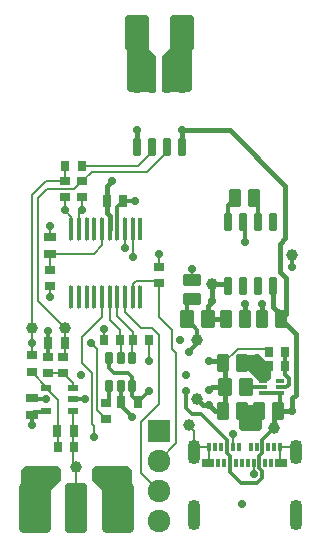
<source format=gtl>
G04*
G04 #@! TF.GenerationSoftware,Altium Limited,Altium Designer,23.3.1 (30)*
G04*
G04 Layer_Physical_Order=1*
G04 Layer_Color=255*
%FSLAX43Y43*%
%MOMM*%
G71*
G04*
G04 #@! TF.SameCoordinates,291B95C8-E4AE-492A-8979-900EF43719B7*
G04*
G04*
G04 #@! TF.FilePolarity,Positive*
G04*
G01*
G75*
%ADD14C,0.200*%
G04:AMPARAMS|DCode=15|XSize=1.47mm|YSize=1.19mm|CornerRadius=0.119mm|HoleSize=0mm|Usage=FLASHONLY|Rotation=270.000|XOffset=0mm|YOffset=0mm|HoleType=Round|Shape=RoundedRectangle|*
%AMROUNDEDRECTD15*
21,1,1.470,0.952,0,0,270.0*
21,1,1.232,1.190,0,0,270.0*
1,1,0.238,-0.476,-0.616*
1,1,0.238,-0.476,0.616*
1,1,0.238,0.476,0.616*
1,1,0.238,0.476,-0.616*
%
%ADD15ROUNDEDRECTD15*%
G04:AMPARAMS|DCode=16|XSize=0.95mm|YSize=1.45mm|CornerRadius=0.095mm|HoleSize=0mm|Usage=FLASHONLY|Rotation=90.000|XOffset=0mm|YOffset=0mm|HoleType=Round|Shape=RoundedRectangle|*
%AMROUNDEDRECTD16*
21,1,0.950,1.260,0,0,90.0*
21,1,0.760,1.450,0,0,90.0*
1,1,0.190,0.630,0.380*
1,1,0.190,0.630,-0.380*
1,1,0.190,-0.630,-0.380*
1,1,0.190,-0.630,0.380*
%
%ADD16ROUNDEDRECTD16*%
G04:AMPARAMS|DCode=17|XSize=2mm|YSize=3mm|CornerRadius=0.2mm|HoleSize=0mm|Usage=FLASHONLY|Rotation=180.000|XOffset=0mm|YOffset=0mm|HoleType=Round|Shape=RoundedRectangle|*
%AMROUNDEDRECTD17*
21,1,2.000,2.600,0,0,180.0*
21,1,1.600,3.000,0,0,180.0*
1,1,0.400,-0.800,1.300*
1,1,0.400,0.800,1.300*
1,1,0.400,0.800,-1.300*
1,1,0.400,-0.800,-1.300*
%
%ADD17ROUNDEDRECTD17*%
G04:AMPARAMS|DCode=18|XSize=0.6mm|YSize=1.5mm|CornerRadius=0.06mm|HoleSize=0mm|Usage=FLASHONLY|Rotation=0.000|XOffset=0mm|YOffset=0mm|HoleType=Round|Shape=RoundedRectangle|*
%AMROUNDEDRECTD18*
21,1,0.600,1.380,0,0,0.0*
21,1,0.480,1.500,0,0,0.0*
1,1,0.120,0.240,-0.690*
1,1,0.120,-0.240,-0.690*
1,1,0.120,-0.240,0.690*
1,1,0.120,0.240,0.690*
%
%ADD18ROUNDEDRECTD18*%
G04:AMPARAMS|DCode=19|XSize=0.7mm|YSize=0.9mm|CornerRadius=0.07mm|HoleSize=0mm|Usage=FLASHONLY|Rotation=180.000|XOffset=0mm|YOffset=0mm|HoleType=Round|Shape=RoundedRectangle|*
%AMROUNDEDRECTD19*
21,1,0.700,0.760,0,0,180.0*
21,1,0.560,0.900,0,0,180.0*
1,1,0.140,-0.280,0.380*
1,1,0.140,0.280,0.380*
1,1,0.140,0.280,-0.380*
1,1,0.140,-0.280,-0.380*
%
%ADD19ROUNDEDRECTD19*%
G04:AMPARAMS|DCode=20|XSize=0.7mm|YSize=0.9mm|CornerRadius=0.07mm|HoleSize=0mm|Usage=FLASHONLY|Rotation=270.000|XOffset=0mm|YOffset=0mm|HoleType=Round|Shape=RoundedRectangle|*
%AMROUNDEDRECTD20*
21,1,0.700,0.760,0,0,270.0*
21,1,0.560,0.900,0,0,270.0*
1,1,0.140,-0.380,-0.280*
1,1,0.140,-0.380,0.280*
1,1,0.140,0.380,0.280*
1,1,0.140,0.380,-0.280*
%
%ADD20ROUNDEDRECTD20*%
G04:AMPARAMS|DCode=21|XSize=1.78mm|YSize=4.19mm|CornerRadius=0.178mm|HoleSize=0mm|Usage=FLASHONLY|Rotation=180.000|XOffset=0mm|YOffset=0mm|HoleType=Round|Shape=RoundedRectangle|*
%AMROUNDEDRECTD21*
21,1,1.780,3.834,0,0,180.0*
21,1,1.424,4.190,0,0,180.0*
1,1,0.356,-0.712,1.917*
1,1,0.356,0.712,1.917*
1,1,0.356,0.712,-1.917*
1,1,0.356,-0.712,-1.917*
%
%ADD21ROUNDEDRECTD21*%
G04:AMPARAMS|DCode=22|XSize=2.665mm|YSize=4.19mm|CornerRadius=0.267mm|HoleSize=0mm|Usage=FLASHONLY|Rotation=180.000|XOffset=0mm|YOffset=0mm|HoleType=Round|Shape=RoundedRectangle|*
%AMROUNDEDRECTD22*
21,1,2.665,3.657,0,0,180.0*
21,1,2.132,4.190,0,0,180.0*
1,1,0.533,-1.066,1.829*
1,1,0.533,1.066,1.829*
1,1,0.533,1.066,-1.829*
1,1,0.533,-1.066,-1.829*
%
%ADD22ROUNDEDRECTD22*%
G04:AMPARAMS|DCode=23|XSize=0.75mm|YSize=0.96mm|CornerRadius=0.075mm|HoleSize=0mm|Usage=FLASHONLY|Rotation=0.000|XOffset=0mm|YOffset=0mm|HoleType=Round|Shape=RoundedRectangle|*
%AMROUNDEDRECTD23*
21,1,0.750,0.810,0,0,0.0*
21,1,0.600,0.960,0,0,0.0*
1,1,0.150,0.300,-0.405*
1,1,0.150,-0.300,-0.405*
1,1,0.150,-0.300,0.405*
1,1,0.150,0.300,0.405*
%
%ADD23ROUNDEDRECTD23*%
G04:AMPARAMS|DCode=24|XSize=0.95mm|YSize=1.45mm|CornerRadius=0.095mm|HoleSize=0mm|Usage=FLASHONLY|Rotation=180.000|XOffset=0mm|YOffset=0mm|HoleType=Round|Shape=RoundedRectangle|*
%AMROUNDEDRECTD24*
21,1,0.950,1.260,0,0,180.0*
21,1,0.760,1.450,0,0,180.0*
1,1,0.190,-0.380,0.630*
1,1,0.190,0.380,0.630*
1,1,0.190,0.380,-0.630*
1,1,0.190,-0.380,-0.630*
%
%ADD24ROUNDEDRECTD24*%
G04:AMPARAMS|DCode=25|XSize=0.3mm|YSize=0.7mm|CornerRadius=0.03mm|HoleSize=0mm|Usage=FLASHONLY|Rotation=0.000|XOffset=0mm|YOffset=0mm|HoleType=Round|Shape=RoundedRectangle|*
%AMROUNDEDRECTD25*
21,1,0.300,0.640,0,0,0.0*
21,1,0.240,0.700,0,0,0.0*
1,1,0.060,0.120,-0.320*
1,1,0.060,-0.120,-0.320*
1,1,0.060,-0.120,0.320*
1,1,0.060,0.120,0.320*
%
%ADD25ROUNDEDRECTD25*%
G04:AMPARAMS|DCode=26|XSize=1mm|YSize=0.7mm|CornerRadius=0.07mm|HoleSize=0mm|Usage=FLASHONLY|Rotation=0.000|XOffset=0mm|YOffset=0mm|HoleType=Round|Shape=RoundedRectangle|*
%AMROUNDEDRECTD26*
21,1,1.000,0.560,0,0,0.0*
21,1,0.860,0.700,0,0,0.0*
1,1,0.140,0.430,-0.280*
1,1,0.140,-0.430,-0.280*
1,1,0.140,-0.430,0.280*
1,1,0.140,0.430,0.280*
%
%ADD26ROUNDEDRECTD26*%
G04:AMPARAMS|DCode=27|XSize=0.55mm|YSize=0.8mm|CornerRadius=0.055mm|HoleSize=0mm|Usage=FLASHONLY|Rotation=270.000|XOffset=0mm|YOffset=0mm|HoleType=Round|Shape=RoundedRectangle|*
%AMROUNDEDRECTD27*
21,1,0.550,0.690,0,0,270.0*
21,1,0.440,0.800,0,0,270.0*
1,1,0.110,-0.345,-0.220*
1,1,0.110,-0.345,0.220*
1,1,0.110,0.345,0.220*
1,1,0.110,0.345,-0.220*
%
%ADD27ROUNDEDRECTD27*%
G04:AMPARAMS|DCode=28|XSize=0.6mm|YSize=0.95mm|CornerRadius=0.06mm|HoleSize=0mm|Usage=FLASHONLY|Rotation=180.000|XOffset=0mm|YOffset=0mm|HoleType=Round|Shape=RoundedRectangle|*
%AMROUNDEDRECTD28*
21,1,0.600,0.830,0,0,180.0*
21,1,0.480,0.950,0,0,180.0*
1,1,0.120,-0.240,0.415*
1,1,0.120,0.240,0.415*
1,1,0.120,0.240,-0.415*
1,1,0.120,-0.240,-0.415*
%
%ADD28ROUNDEDRECTD28*%
%ADD29R,0.421X1.955*%
G04:AMPARAMS|DCode=30|XSize=1.955mm|YSize=0.421mm|CornerRadius=0.21mm|HoleSize=0mm|Usage=FLASHONLY|Rotation=270.000|XOffset=0mm|YOffset=0mm|HoleType=Round|Shape=RoundedRectangle|*
%AMROUNDEDRECTD30*
21,1,1.955,0.000,0,0,270.0*
21,1,1.534,0.421,0,0,270.0*
1,1,0.421,0.000,-0.767*
1,1,0.421,0.000,0.767*
1,1,0.421,0.000,0.767*
1,1,0.421,0.000,-0.767*
%
%ADD30ROUNDEDRECTD30*%
G04:AMPARAMS|DCode=31|XSize=0.3mm|YSize=0.67mm|CornerRadius=0.03mm|HoleSize=0mm|Usage=FLASHONLY|Rotation=90.000|XOffset=0mm|YOffset=0mm|HoleType=Round|Shape=RoundedRectangle|*
%AMROUNDEDRECTD31*
21,1,0.300,0.610,0,0,90.0*
21,1,0.240,0.670,0,0,90.0*
1,1,0.060,0.305,0.120*
1,1,0.060,0.305,-0.120*
1,1,0.060,-0.305,-0.120*
1,1,0.060,-0.305,0.120*
%
%ADD31ROUNDEDRECTD31*%
G04:AMPARAMS|DCode=32|XSize=0.75mm|YSize=0.96mm|CornerRadius=0.075mm|HoleSize=0mm|Usage=FLASHONLY|Rotation=270.000|XOffset=0mm|YOffset=0mm|HoleType=Round|Shape=RoundedRectangle|*
%AMROUNDEDRECTD32*
21,1,0.750,0.810,0,0,270.0*
21,1,0.600,0.960,0,0,270.0*
1,1,0.150,-0.405,-0.300*
1,1,0.150,-0.405,0.300*
1,1,0.150,0.405,0.300*
1,1,0.150,0.405,-0.300*
%
%ADD32ROUNDEDRECTD32*%
%ADD57C,1.000*%
%ADD58C,0.300*%
%ADD59C,0.400*%
%ADD60C,1.925*%
G04:AMPARAMS|DCode=61|XSize=1.925mm|YSize=1.925mm|CornerRadius=0.193mm|HoleSize=0mm|Usage=FLASHONLY|Rotation=270.000|XOffset=0mm|YOffset=0mm|HoleType=Round|Shape=RoundedRectangle|*
%AMROUNDEDRECTD61*
21,1,1.925,1.540,0,0,270.0*
21,1,1.540,1.925,0,0,270.0*
1,1,0.385,-0.770,-0.770*
1,1,0.385,-0.770,0.770*
1,1,0.385,0.770,0.770*
1,1,0.385,0.770,-0.770*
%
%ADD61ROUNDEDRECTD61*%
%ADD62O,1.100X2.100*%
%ADD63O,1.100X2.600*%
%ADD64C,0.700*%
G36*
X4200Y6050D02*
Y5150D01*
X2900Y3850D01*
X800D01*
Y5950D01*
X1200Y6350D01*
X3900D01*
X4200Y6050D01*
D02*
G37*
G36*
X10200Y5950D02*
Y3850D01*
X8100D01*
X6800Y5150D01*
Y6050D01*
X7100Y6350D01*
X9800D01*
X10200Y5950D01*
D02*
G37*
G36*
X21250Y9500D02*
X21000Y9250D01*
X19500D01*
X19250Y9500D01*
Y11500D01*
X21250D01*
Y9500D01*
D02*
G37*
G36*
X21950Y14750D02*
Y13750D01*
X21750Y13550D01*
X20950Y13550D01*
X19550Y14950D01*
Y15750D01*
X20950D01*
X21950Y14750D01*
D02*
G37*
G36*
X15250Y38250D02*
X15000Y38000D01*
X12750D01*
Y41000D01*
X13500Y41750D01*
X15250D01*
Y38250D01*
D02*
G37*
G36*
X12250Y41000D02*
Y38000D01*
X10000D01*
X9750Y38250D01*
Y41750D01*
X11500D01*
X12250Y41000D01*
D02*
G37*
D14*
X7250Y11065D02*
Y16250D01*
Y11065D02*
X8000Y10315D01*
X6000Y17250D02*
X7675Y18925D01*
X6000Y15008D02*
Y17250D01*
X7675Y18925D02*
Y20625D01*
X6850Y10899D02*
Y14158D01*
X6000Y15008D02*
X6850Y14158D01*
Y10899D02*
X6851Y10898D01*
Y9891D02*
Y10898D01*
Y9891D02*
X7000Y9743D01*
X6750Y16750D02*
X7250Y16250D01*
X7000Y8750D02*
Y9743D01*
X10200Y16885D02*
X10315Y17000D01*
X10200Y15440D02*
Y16885D01*
X23610Y7960D02*
X24070Y7500D01*
X22750Y7960D02*
X23610D01*
X22750Y6710D02*
Y7960D01*
Y6710D02*
X22850Y6610D01*
X15430Y7500D02*
X15890Y7960D01*
X16750D01*
Y6710D02*
Y7960D01*
X16650Y6610D02*
X16750Y6710D01*
X11685Y15250D02*
Y17000D01*
X11000Y18000D02*
X11930D01*
X9625Y19375D02*
Y20625D01*
Y19375D02*
X11000Y18000D01*
X11930D02*
X12500Y17430D01*
X8325Y18675D02*
X9185Y17815D01*
Y17000D02*
Y17815D01*
X8325Y18675D02*
Y20625D01*
X8975Y19025D02*
Y20625D01*
X10315Y17000D02*
Y17685D01*
X8975Y19025D02*
X10315Y17685D01*
X12500Y11564D02*
Y17430D01*
X11000Y10064D02*
X12500Y11564D01*
X11000Y5730D02*
Y10064D01*
Y5730D02*
X12500Y4230D01*
X13600Y16223D02*
Y17806D01*
X13971Y8241D02*
Y15852D01*
X13600Y16223D02*
X13971Y15852D01*
X12500Y18906D02*
X13600Y17806D01*
X12500Y18906D02*
Y21815D01*
Y6770D02*
X13971Y8241D01*
X15430Y7500D02*
Y9320D01*
X15000Y9750D02*
X15430Y9320D01*
X6000Y28000D02*
Y29065D01*
X4500Y28000D02*
Y29065D01*
X2250Y20250D02*
X4500Y18000D01*
X2250Y20250D02*
Y29000D01*
X3000Y29750D01*
X5315D01*
X6000Y30435D01*
X1750Y18000D02*
Y29250D01*
X2935Y30435D02*
X4500D01*
X1750Y29250D02*
X2935Y30435D01*
X5935Y31750D02*
X10750D01*
X11865Y32865D01*
X11500Y31250D02*
X13135Y32885D01*
X6815Y31250D02*
X11500D01*
X6000Y30435D02*
X6815Y31250D01*
X13135Y32885D02*
Y33300D01*
X11865Y32865D02*
Y33300D01*
X4500Y31685D02*
X4565Y31750D01*
X4500Y30435D02*
Y31685D01*
X5725Y27725D02*
X6000Y28000D01*
X5725Y26375D02*
Y27725D01*
X4500Y28000D02*
X5075Y27425D01*
Y26375D02*
Y27425D01*
X19200Y16250D02*
X21565D01*
X17950Y15000D02*
X19200Y16250D01*
X21565D02*
X21815Y16000D01*
X20500Y5600D02*
Y6610D01*
X18750Y7960D02*
Y9000D01*
X15250Y22050D02*
Y22990D01*
X15250Y22990D01*
X12310Y22005D02*
X12500Y21815D01*
X10550Y22005D02*
X12310D01*
X10275Y21730D02*
X10550Y22005D01*
X12500Y23185D02*
Y24250D01*
X10275Y20625D02*
Y21730D01*
Y24000D02*
Y26375D01*
X9625Y24750D02*
Y26375D01*
X9185Y17000D02*
X9250Y16935D01*
Y15440D02*
Y16935D01*
X7815Y17000D02*
Y17940D01*
X7815Y17940D01*
X7675Y25025D02*
Y26375D01*
X6950Y24300D02*
X7675Y25025D01*
X3250Y24300D02*
X6950D01*
X3250Y24300D02*
X3250Y24300D01*
X3250Y22935D02*
Y24300D01*
X3250Y25700D02*
Y26640D01*
X3250Y26640D01*
X3250Y20625D02*
X3250Y20625D01*
Y21565D01*
X4500Y16750D02*
Y18000D01*
Y15635D02*
Y16750D01*
X4400Y15535D02*
X4500Y15635D01*
X1750Y16750D02*
Y18000D01*
Y15685D02*
Y16750D01*
X1800Y14165D02*
X2950Y13015D01*
Y12900D02*
Y13015D01*
X3915Y9300D02*
Y11935D01*
X4400Y14165D02*
X5250Y13315D01*
Y12900D02*
Y13315D01*
X4400Y14165D02*
X4400Y14165D01*
X3100Y14165D02*
X4400D01*
X3915Y7900D02*
Y9300D01*
X2950Y12900D02*
X3915Y11935D01*
X5250Y6500D02*
Y11000D01*
Y6500D02*
X5500Y6250D01*
Y2750D02*
Y6250D01*
D15*
X14860Y18750D02*
D03*
X16640D02*
D03*
X18110Y13000D02*
D03*
X19890D02*
D03*
D16*
X15250Y22050D02*
D03*
Y20450D02*
D03*
D17*
X10595Y43000D02*
D03*
X14405D02*
D03*
D18*
Y38700D02*
D03*
X13135D02*
D03*
X11865D02*
D03*
X10595D02*
D03*
X14405Y33300D02*
D03*
X13135D02*
D03*
X11865D02*
D03*
X10595D02*
D03*
X22155Y26950D02*
D03*
X20885Y26950D02*
D03*
X19615D02*
D03*
X18345D02*
D03*
X22155Y21550D02*
D03*
X20885D02*
D03*
X19615D02*
D03*
X18345D02*
D03*
D19*
X5935Y31750D02*
D03*
X4565D02*
D03*
X10315Y17000D02*
D03*
X11685D02*
D03*
X9185D02*
D03*
X7815D02*
D03*
X3915Y7900D02*
D03*
X5285Y7900D02*
D03*
X23185Y16000D02*
D03*
X21815D02*
D03*
Y14750D02*
D03*
X23185D02*
D03*
D20*
X6000Y30435D02*
D03*
Y29065D02*
D03*
X4500Y30435D02*
D03*
Y29065D02*
D03*
X1750Y15685D02*
D03*
Y14315D02*
D03*
X4400Y15535D02*
D03*
Y14165D02*
D03*
X3100Y14165D02*
D03*
Y15535D02*
D03*
X8000Y10315D02*
D03*
Y11685D02*
D03*
X3250Y22935D02*
D03*
X3250Y21565D02*
D03*
X12500Y23185D02*
D03*
Y21815D02*
D03*
D21*
X5500Y2750D02*
D03*
D22*
X2008D02*
D03*
X8992D02*
D03*
D23*
X3100Y16750D02*
D03*
X4500D02*
D03*
X3900Y9300D02*
D03*
X5300Y9300D02*
D03*
X9300Y11750D02*
D03*
X10700D02*
D03*
X8050Y28750D02*
D03*
X9450D02*
D03*
D24*
X18950Y29000D02*
D03*
X20550Y29000D02*
D03*
X19800Y18750D02*
D03*
X18200Y18750D02*
D03*
X21200Y18750D02*
D03*
X22800D02*
D03*
X20950Y11000D02*
D03*
X22550D02*
D03*
X19550Y15000D02*
D03*
X17950D02*
D03*
X19550Y11000D02*
D03*
X17950D02*
D03*
D25*
X16750Y7960D02*
D03*
X17250D02*
D03*
X17750D02*
D03*
X18250D02*
D03*
X18750D02*
D03*
X19250Y7960D02*
D03*
X20250D02*
D03*
X20750Y7960D02*
D03*
X21250D02*
D03*
X21750D02*
D03*
X22250D02*
D03*
X22750D02*
D03*
X22000Y6610D02*
D03*
X21500D02*
D03*
X21000D02*
D03*
X20500D02*
D03*
X20000D02*
D03*
X19500D02*
D03*
X19000D02*
D03*
X18500D02*
D03*
X18000D02*
D03*
X17500D02*
D03*
D26*
X22850D02*
D03*
X16650D02*
D03*
D27*
X2950Y11000D02*
D03*
X2950Y12900D02*
D03*
X5250D02*
D03*
Y11950D02*
D03*
Y11000D02*
D03*
D28*
X8300Y15440D02*
D03*
X9250D02*
D03*
X10200D02*
D03*
Y13060D02*
D03*
X9250D02*
D03*
X8300D02*
D03*
D29*
X10925Y26375D02*
D03*
D30*
X10275D02*
D03*
X9625D02*
D03*
X8975D02*
D03*
X8325D02*
D03*
X7675D02*
D03*
X7025D02*
D03*
X6375D02*
D03*
X5725D02*
D03*
X5075D02*
D03*
Y20625D02*
D03*
X5725D02*
D03*
X6375D02*
D03*
X7025D02*
D03*
X7675D02*
D03*
X8325D02*
D03*
X8975D02*
D03*
X9625D02*
D03*
X10275D02*
D03*
X10925D02*
D03*
D31*
X21260Y13500D02*
D03*
Y13000D02*
D03*
X21260Y12500D02*
D03*
X22740D02*
D03*
X22740Y13000D02*
D03*
Y13500D02*
D03*
D32*
X3250Y25700D02*
D03*
Y24300D02*
D03*
X1700Y10650D02*
D03*
Y12050D02*
D03*
D57*
X15750Y17000D02*
D03*
X15000Y9750D02*
D03*
X23750Y24200D02*
D03*
X17000Y21750D02*
D03*
X5500Y6250D02*
D03*
X1750Y18000D02*
D03*
X4500D02*
D03*
X15750Y12000D02*
D03*
X22250Y9500D02*
D03*
D58*
X14750Y11200D02*
Y12685D01*
Y11200D02*
X15250Y10700D01*
X16045D01*
X18250Y8495D01*
X1700Y10650D02*
X1925Y10875D01*
X2825D02*
X2950Y11000D01*
X1925Y10875D02*
X2825D01*
X1700Y10650D02*
X1750Y10600D01*
Y9750D02*
Y10600D01*
X1700Y12050D02*
X1800Y11950D01*
X2900D01*
X15750Y16750D02*
Y17000D01*
X15000Y16000D02*
X15750Y16750D01*
X10750Y11750D02*
X11685Y12685D01*
X10700Y11750D02*
X10750D01*
X23474Y13205D02*
Y13755D01*
X23185Y14044D02*
Y14750D01*
Y14044D02*
X23474Y13755D01*
X23185Y16000D02*
X23185Y16000D01*
X23185Y14750D02*
Y16000D01*
X23269Y13000D02*
X23474Y13205D01*
X22740Y13000D02*
X23269D01*
X19890D02*
X21260D01*
X18250Y7960D02*
Y8495D01*
X14860Y18750D02*
X15750Y17860D01*
Y17000D02*
Y17860D01*
X10500Y28750D02*
X10500Y28750D01*
X9450Y28750D02*
X10500D01*
X8975Y28275D02*
X9450Y28750D01*
X8975Y26375D02*
Y28275D01*
X21250Y8500D02*
X22250Y9500D01*
X14860Y20060D02*
X15250Y20450D01*
X14860Y18750D02*
Y20060D01*
X23750Y23185D02*
Y24200D01*
X19615Y26950D02*
X19750Y26815D01*
Y25250D02*
Y26815D01*
X18345Y26950D02*
Y28395D01*
X18950Y29000D01*
X20885Y26950D02*
Y28665D01*
X20550Y29000D02*
X20885Y28665D01*
X22740Y11190D02*
Y12500D01*
X21260D02*
X22740D01*
X21250Y7960D02*
Y8500D01*
X18500Y5850D02*
Y6610D01*
Y5850D02*
X19456Y4894D01*
X20807D01*
X21214Y5301D01*
Y5893D01*
X21000Y6107D02*
X21214Y5893D01*
X21000Y6107D02*
Y6610D01*
Y7179D02*
X21250Y7429D01*
X21000Y6610D02*
Y7179D01*
X21250Y7429D02*
Y7960D01*
X18250Y7429D02*
Y7960D01*
X18500Y6610D02*
Y7179D01*
X18250Y7429D02*
X18500Y7179D01*
X8300Y11685D02*
Y13060D01*
X8300Y11685D02*
X8300Y11685D01*
X8000Y11685D02*
X8300D01*
X9300Y11450D02*
X10250Y10500D01*
X9300Y11450D02*
Y11750D01*
X9250Y13060D02*
X9300Y13010D01*
Y11750D02*
Y13010D01*
X10200Y12250D02*
Y13060D01*
Y12250D02*
X10700Y11750D01*
X10200Y13060D02*
Y13889D01*
X9857Y14232D02*
X10200Y13889D01*
X8701Y14232D02*
X9857D01*
X8300Y14633D02*
X8701Y14232D01*
X8300Y14633D02*
Y15440D01*
X3100Y15535D02*
Y17750D01*
X3100Y17750D02*
X3100Y17750D01*
X5250Y11950D02*
X6200D01*
D59*
X23750Y11000D02*
Y12050D01*
X24070Y12370D01*
X22740Y11000D02*
X23750D01*
X24070Y12370D02*
Y17480D01*
X14405Y34750D02*
X18500D01*
X10595Y33300D02*
Y34750D01*
X14405Y33300D02*
Y34750D01*
X8050Y28750D02*
Y30000D01*
X8500Y30450D01*
X8050Y27740D02*
X8325Y27465D01*
Y26375D02*
Y27465D01*
X8050Y27740D02*
Y28750D01*
X19750Y18800D02*
X19800Y18750D01*
X19750Y18800D02*
Y20000D01*
X21200Y18750D02*
X21250Y18800D01*
Y20000D01*
X17700Y15250D02*
X17950Y15000D01*
X16750Y15250D02*
X17700D01*
X17950Y15000D02*
X18110Y14840D01*
Y13000D02*
Y14840D01*
X16250Y11500D02*
X16750D01*
X15750Y12000D02*
X16250Y11500D01*
X16750Y12750D02*
X17000Y13000D01*
X18110D01*
X17950Y11000D02*
X18110Y11160D01*
Y13000D01*
X16750Y11500D02*
X17250Y11000D01*
X17950D01*
X18145Y21750D02*
X18345Y21550D01*
X17000Y21750D02*
X18145D01*
X17000Y20250D02*
Y21750D01*
X16640Y19890D02*
X17000Y20250D01*
X16640Y18750D02*
Y19890D01*
Y18750D02*
X16640Y18750D01*
X18200D01*
X22740Y22760D02*
X23250Y22250D01*
X22740Y22760D02*
Y25155D01*
X23250Y19200D02*
Y22250D01*
X18500Y34750D02*
X23185Y30065D01*
Y25600D02*
Y30065D01*
X22740Y25155D02*
X23185Y25600D01*
X22800Y18750D02*
X23250Y19200D01*
X22800Y18750D02*
Y19166D01*
X22155Y19811D02*
Y21550D01*
Y19811D02*
X22800Y19166D01*
Y18750D02*
X24070Y17480D01*
X22550Y11000D02*
X22740Y11190D01*
X22250Y10700D02*
X22550Y11000D01*
X22250Y9500D02*
Y10700D01*
D60*
X12500Y1690D02*
D03*
Y4230D02*
D03*
Y6770D02*
D03*
D61*
Y9310D02*
D03*
D62*
X24070Y7500D02*
D03*
X15430D02*
D03*
D63*
X24070Y2140D02*
D03*
X15430D02*
D03*
D64*
X19500Y3065D02*
D03*
X7000Y8750D02*
D03*
X6750Y16750D02*
D03*
X14750Y12685D02*
D03*
X1750Y9750D02*
D03*
X2900Y11950D02*
D03*
X11685Y12685D02*
D03*
Y15250D02*
D03*
X5850Y14000D02*
D03*
X14750D02*
D03*
X14250Y17000D02*
D03*
X14405Y34750D02*
D03*
X10595D02*
D03*
X8500Y30450D02*
D03*
X6000Y28000D02*
D03*
X4500D02*
D03*
X10500Y28750D02*
D03*
X21250Y20000D02*
D03*
X19750D02*
D03*
X23750Y23185D02*
D03*
X20500Y5600D02*
D03*
X18750Y9000D02*
D03*
X15000Y16000D02*
D03*
X15250Y22990D02*
D03*
X12500Y24250D02*
D03*
X10275Y24000D02*
D03*
X9625Y24750D02*
D03*
X10250Y10500D02*
D03*
X7815Y17940D02*
D03*
X3250Y26640D02*
D03*
X3250Y20625D02*
D03*
X16750Y11500D02*
D03*
Y12750D02*
D03*
Y15250D02*
D03*
X17000Y20250D02*
D03*
X19750Y9750D02*
D03*
X20750D02*
D03*
X6200Y11950D02*
D03*
X3100Y17750D02*
D03*
X1750Y16750D02*
D03*
X23750Y11000D02*
D03*
X20750Y14500D02*
D03*
Y15500D02*
D03*
X19750Y25250D02*
D03*
X7400Y5750D02*
D03*
X8500D02*
D03*
X9600D02*
D03*
X1400D02*
D03*
X2500D02*
D03*
X3600D02*
D03*
M02*

</source>
